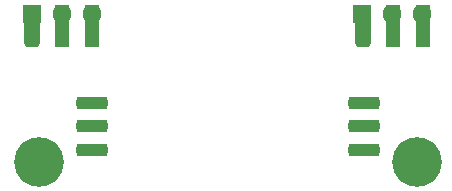
<source format=gts>
G04*
G04 #@! TF.GenerationSoftware,Altium Limited,Altium Designer,24.4.1 (13)*
G04*
G04 Layer_Color=8388736*
%FSLAX44Y44*%
%MOMM*%
G71*
G04*
G04 #@! TF.SameCoordinates,B4241BF7-B4BF-4A5F-9E04-4B0AE47491D2*
G04*
G04*
G04 #@! TF.FilePolarity,Negative*
G04*
G01*
G75*
G04:AMPARAMS|DCode=16|XSize=2.64mm|YSize=1.1mm|CornerRadius=0.3mm|HoleSize=0mm|Usage=FLASHONLY|Rotation=0.000|XOffset=0mm|YOffset=0mm|HoleType=Round|Shape=RoundedRectangle|*
%AMROUNDEDRECTD16*
21,1,2.6400,0.5000,0,0,0.0*
21,1,2.0400,1.1000,0,0,0.0*
1,1,0.6000,1.0200,-0.2500*
1,1,0.6000,-1.0200,-0.2500*
1,1,0.6000,-1.0200,0.2500*
1,1,0.6000,1.0200,0.2500*
%
%ADD16ROUNDEDRECTD16*%
%ADD17R,1.3000X3.6000*%
G04:AMPARAMS|DCode=18|XSize=1.3mm|YSize=3.6mm|CornerRadius=0.35mm|HoleSize=0mm|Usage=FLASHONLY|Rotation=0.000|XOffset=0mm|YOffset=0mm|HoleType=Round|Shape=RoundedRectangle|*
%AMROUNDEDRECTD18*
21,1,1.3000,2.9000,0,0,0.0*
21,1,0.6000,3.6000,0,0,0.0*
1,1,0.7000,0.3000,-1.4500*
1,1,0.7000,-0.3000,-1.4500*
1,1,0.7000,-0.3000,1.4500*
1,1,0.7000,0.3000,1.4500*
%
%ADD18ROUNDEDRECTD18*%
%ADD19R,1.6000X1.6000*%
%ADD20C,1.6000*%
%ADD21C,4.2000*%
D16*
X425000Y150000D02*
D03*
Y170000D02*
D03*
Y190000D02*
D03*
X195000Y150000D02*
D03*
Y170000D02*
D03*
Y190000D02*
D03*
D17*
X450000Y255000D02*
D03*
X475400D02*
D03*
X170000D02*
D03*
X195400D02*
D03*
D18*
X424600D02*
D03*
X144600D02*
D03*
D19*
X423800Y265000D02*
D03*
X144600D02*
D03*
D20*
X449200D02*
D03*
X474600D02*
D03*
X170000D02*
D03*
X195400D02*
D03*
D21*
X470000Y140000D02*
D03*
X150000D02*
D03*
M02*

</source>
